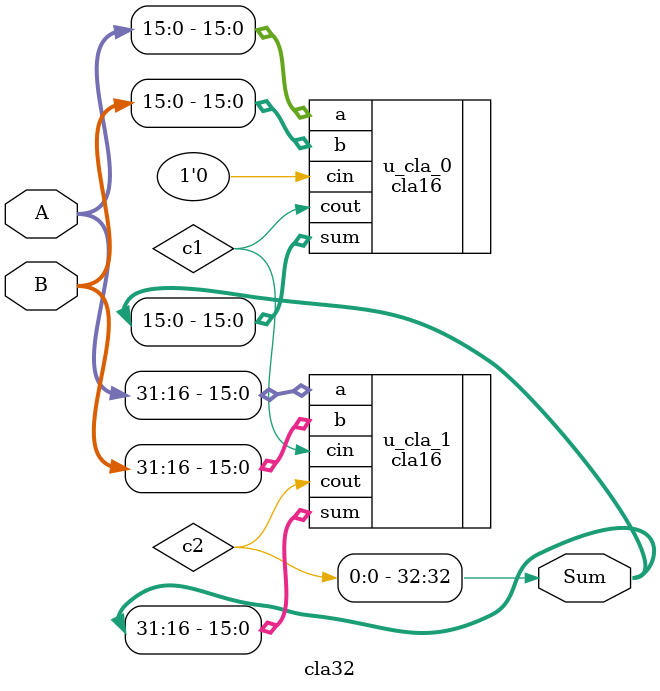
<source format=v>

module cla32 (
  input [31:0] A, B,
  output [32:0] Sum
);

  wire c1, c2;

  cla16 u_cla_0(.a(A[15:0]), .b(B[15:0]), .cin(1'b0), .sum(Sum[15:0]), .cout(c1));
  cla16 u_cla_1(.a(A[31:16]), .b(B[31:16]), .cin(c1), .sum(Sum[31:16]), .cout(c2));

  assign Sum[32] = c2;

  // assign Sum = A+B;

endmodule

</source>
